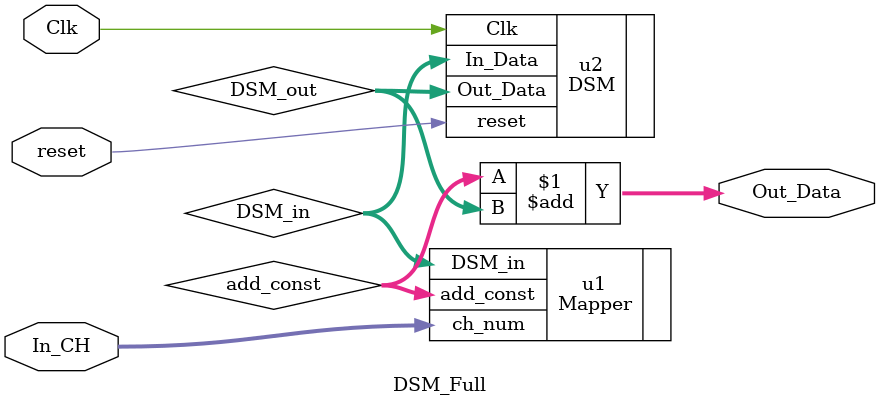
<source format=v>


module DSM_Full(In_CH, Clk, reset, Out_Data);

	input [6:0] In_CH;
	input Clk, reset;
	output wire [4:0] Out_Data;
	

	
	wire [23:0] DSM_in;
	wire [4:0] add_const, DSM_out;

	
	Mapper u1 (.ch_num(In_CH), .DSM_in(DSM_in), .add_const(add_const));	
	DSM u2 (.In_Data(DSM_in), .Clk(Clk), .reset(reset), .Out_Data(DSM_out));
	//adder u3 (.in_1(add_const) , .in_2(DSM_out) , .out(Out_Data));
	assign Out_Data = add_const + DSM_out;


endmodule



</source>
